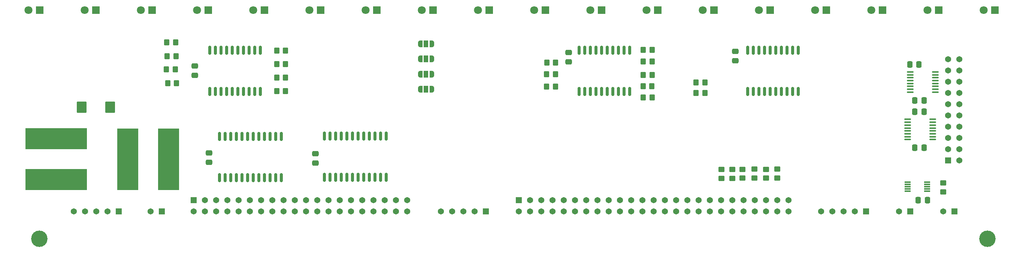
<source format=gts>
G04 #@! TF.GenerationSoftware,KiCad,Pcbnew,(6.0.4-0)*
G04 #@! TF.CreationDate,2022-04-05T21:31:34-07:00*
G04 #@! TF.ProjectId,led-driver,6c65642d-6472-4697-9665-722e6b696361,rev?*
G04 #@! TF.SameCoordinates,Original*
G04 #@! TF.FileFunction,Soldermask,Top*
G04 #@! TF.FilePolarity,Negative*
%FSLAX46Y46*%
G04 Gerber Fmt 4.6, Leading zero omitted, Abs format (unit mm)*
G04 Created by KiCad (PCBNEW (6.0.4-0)) date 2022-04-05 21:31:34*
%MOMM*%
%LPD*%
G01*
G04 APERTURE LIST*
G04 Aperture macros list*
%AMRoundRect*
0 Rectangle with rounded corners*
0 $1 Rounding radius*
0 $2 $3 $4 $5 $6 $7 $8 $9 X,Y pos of 4 corners*
0 Add a 4 corners polygon primitive as box body*
4,1,4,$2,$3,$4,$5,$6,$7,$8,$9,$2,$3,0*
0 Add four circle primitives for the rounded corners*
1,1,$1+$1,$2,$3*
1,1,$1+$1,$4,$5*
1,1,$1+$1,$6,$7*
1,1,$1+$1,$8,$9*
0 Add four rect primitives between the rounded corners*
20,1,$1+$1,$2,$3,$4,$5,0*
20,1,$1+$1,$4,$5,$6,$7,0*
20,1,$1+$1,$6,$7,$8,$9,0*
20,1,$1+$1,$8,$9,$2,$3,0*%
%AMFreePoly0*
4,1,22,0.550000,-0.750000,0.000000,-0.750000,0.000000,-0.745033,-0.079941,-0.743568,-0.215256,-0.701293,-0.333266,-0.622738,-0.424486,-0.514219,-0.481581,-0.384460,-0.499164,-0.250000,-0.500000,-0.250000,-0.500000,0.250000,-0.499164,0.250000,-0.499963,0.256109,-0.478152,0.396186,-0.417904,0.524511,-0.324060,0.630769,-0.204165,0.706417,-0.067858,0.745374,0.000000,0.744959,0.000000,0.750000,
0.550000,0.750000,0.550000,-0.750000,0.550000,-0.750000,$1*%
%AMFreePoly1*
4,1,20,0.000000,0.744959,0.073905,0.744508,0.209726,0.703889,0.328688,0.626782,0.421226,0.519385,0.479903,0.390333,0.500000,0.250000,0.500000,-0.250000,0.499851,-0.262216,0.476331,-0.402017,0.414519,-0.529596,0.319384,-0.634700,0.198574,-0.708877,0.061801,-0.746166,0.000000,-0.745033,0.000000,-0.750000,-0.550000,-0.750000,-0.550000,0.750000,0.000000,0.750000,0.000000,0.744959,
0.000000,0.744959,$1*%
G04 Aperture macros list end*
%ADD10RoundRect,0.250000X-0.475000X0.337500X-0.475000X-0.337500X0.475000X-0.337500X0.475000X0.337500X0*%
%ADD11R,1.800000X1.800000*%
%ADD12C,1.800000*%
%ADD13R,1.370000X1.370000*%
%ADD14C,1.370000*%
%ADD15FreePoly0,180.000000*%
%ADD16R,1.000000X1.500000*%
%ADD17FreePoly1,180.000000*%
%ADD18RoundRect,0.250000X-0.350000X-0.450000X0.350000X-0.450000X0.350000X0.450000X-0.350000X0.450000X0*%
%ADD19RoundRect,0.250000X0.350000X0.450000X-0.350000X0.450000X-0.350000X-0.450000X0.350000X-0.450000X0*%
%ADD20RoundRect,0.250000X0.450000X-0.350000X0.450000X0.350000X-0.450000X0.350000X-0.450000X-0.350000X0*%
%ADD21RoundRect,0.150000X0.150000X-0.875000X0.150000X0.875000X-0.150000X0.875000X-0.150000X-0.875000X0*%
%ADD22C,3.700000*%
%ADD23R,4.750000X14.000000*%
%ADD24RoundRect,0.250000X-0.337500X-0.475000X0.337500X-0.475000X0.337500X0.475000X-0.337500X0.475000X0*%
%ADD25RoundRect,0.250000X-0.875000X-1.025000X0.875000X-1.025000X0.875000X1.025000X-0.875000X1.025000X0*%
%ADD26RoundRect,0.100000X0.637500X0.100000X-0.637500X0.100000X-0.637500X-0.100000X0.637500X-0.100000X0*%
%ADD27R,1.400000X0.300000*%
%ADD28R,14.000000X4.750000*%
G04 APERTURE END LIST*
D10*
X64516000Y-39602500D03*
X64516000Y-41677500D03*
X149050000Y-36554500D03*
X149050000Y-38629500D03*
X186690000Y-36300500D03*
X186690000Y-38375500D03*
D11*
X42164000Y-26924000D03*
D12*
X39624000Y-26924000D03*
D11*
X54864000Y-26924000D03*
D12*
X52324000Y-26924000D03*
D11*
X67564000Y-26924000D03*
D12*
X65024000Y-26924000D03*
D11*
X80264000Y-26924000D03*
D12*
X77724000Y-26924000D03*
D11*
X92964000Y-26924000D03*
D12*
X90424000Y-26924000D03*
D11*
X105664000Y-26924000D03*
D12*
X103124000Y-26924000D03*
D11*
X118364000Y-26924000D03*
D12*
X115824000Y-26924000D03*
D11*
X169164000Y-26924000D03*
D12*
X166624000Y-26924000D03*
D11*
X181864000Y-26924000D03*
D12*
X179324000Y-26924000D03*
D11*
X194564000Y-26924000D03*
D12*
X192024000Y-26924000D03*
D11*
X219964000Y-26924000D03*
D12*
X217424000Y-26924000D03*
D11*
X232664000Y-26924000D03*
D12*
X230124000Y-26924000D03*
D13*
X216306400Y-72390000D03*
D14*
X213766400Y-72390000D03*
X211226400Y-72390000D03*
X208686400Y-72390000D03*
X206146400Y-72390000D03*
D15*
X118100000Y-34542000D03*
D16*
X116800000Y-34542000D03*
D17*
X115500000Y-34542000D03*
D15*
X118100000Y-41400000D03*
D16*
X116800000Y-41400000D03*
D17*
X115500000Y-41400000D03*
D15*
X118100000Y-37971000D03*
D16*
X116800000Y-37971000D03*
D17*
X115500000Y-37971000D03*
D15*
X118100000Y-44800000D03*
D16*
X116800000Y-44800000D03*
D17*
X115500000Y-44800000D03*
D18*
X58150000Y-40350000D03*
X60150000Y-40350000D03*
X58200000Y-34250000D03*
X60200000Y-34250000D03*
D19*
X85074000Y-36068000D03*
X83074000Y-36068000D03*
X85074000Y-39116000D03*
X83074000Y-39116000D03*
X85074000Y-42164000D03*
X83074000Y-42164000D03*
X85058000Y-45212000D03*
X83058000Y-45212000D03*
D18*
X144084800Y-44196000D03*
X146084800Y-44196000D03*
X144084800Y-41402000D03*
X146084800Y-41402000D03*
X144100800Y-38811200D03*
X146100800Y-38811200D03*
D19*
X167928800Y-46685200D03*
X165928800Y-46685200D03*
X167928800Y-35915600D03*
X165928800Y-35915600D03*
X167928800Y-38557200D03*
X165928800Y-38557200D03*
X167928800Y-41554400D03*
X165928800Y-41554400D03*
X167878000Y-44145200D03*
X165878000Y-44145200D03*
D18*
X177850000Y-43300000D03*
X179850000Y-43300000D03*
X177850000Y-45700000D03*
X179850000Y-45700000D03*
D20*
X186000000Y-64950000D03*
X186000000Y-62950000D03*
X188350000Y-64900000D03*
X188350000Y-62900000D03*
X191050000Y-64850000D03*
X191050000Y-62850000D03*
X193650000Y-64900000D03*
X193650000Y-62900000D03*
D21*
X67945000Y-45290000D03*
X69215000Y-45290000D03*
X70485000Y-45290000D03*
X71755000Y-45290000D03*
X73025000Y-45290000D03*
X74295000Y-45290000D03*
X75565000Y-45290000D03*
X76835000Y-45290000D03*
X78105000Y-45290000D03*
X79375000Y-45290000D03*
X79375000Y-35990000D03*
X78105000Y-35990000D03*
X76835000Y-35990000D03*
X75565000Y-35990000D03*
X74295000Y-35990000D03*
X73025000Y-35990000D03*
X71755000Y-35990000D03*
X70485000Y-35990000D03*
X69215000Y-35990000D03*
X67945000Y-35990000D03*
X189484000Y-45290000D03*
X190754000Y-45290000D03*
X192024000Y-45290000D03*
X193294000Y-45290000D03*
X194564000Y-45290000D03*
X195834000Y-45290000D03*
X197104000Y-45290000D03*
X198374000Y-45290000D03*
X199644000Y-45290000D03*
X200914000Y-45290000D03*
X200914000Y-35990000D03*
X199644000Y-35990000D03*
X198374000Y-35990000D03*
X197104000Y-35990000D03*
X195834000Y-35990000D03*
X194564000Y-35990000D03*
X193294000Y-35990000D03*
X192024000Y-35990000D03*
X190754000Y-35990000D03*
X189484000Y-35990000D03*
D11*
X207264000Y-26924000D03*
D12*
X204724000Y-26924000D03*
D18*
X58420000Y-43434000D03*
X60420000Y-43434000D03*
X58300000Y-37350000D03*
X60300000Y-37350000D03*
D11*
X143764000Y-26924000D03*
D12*
X141224000Y-26924000D03*
D20*
X183550000Y-64950000D03*
X183550000Y-62950000D03*
D22*
X243700000Y-78600000D03*
X29400000Y-78600000D03*
D21*
X151384000Y-45290000D03*
X152654000Y-45290000D03*
X153924000Y-45290000D03*
X155194000Y-45290000D03*
X156464000Y-45290000D03*
X157734000Y-45290000D03*
X159004000Y-45290000D03*
X160274000Y-45290000D03*
X161544000Y-45290000D03*
X162814000Y-45290000D03*
X162814000Y-35990000D03*
X161544000Y-35990000D03*
X160274000Y-35990000D03*
X159004000Y-35990000D03*
X157734000Y-35990000D03*
X156464000Y-35990000D03*
X155194000Y-35990000D03*
X153924000Y-35990000D03*
X152654000Y-35990000D03*
X151384000Y-35990000D03*
D20*
X196200000Y-64850000D03*
X196200000Y-62850000D03*
D11*
X156464000Y-26924000D03*
D12*
X153924000Y-26924000D03*
D23*
X49375000Y-60675000D03*
X58625000Y-60675000D03*
D24*
X227312500Y-47350000D03*
X229387500Y-47350000D03*
D25*
X38975000Y-48900000D03*
X45375000Y-48900000D03*
D21*
X70095000Y-64780301D03*
X71365000Y-64780301D03*
X72635000Y-64780301D03*
X73905000Y-64780301D03*
X75175000Y-64780301D03*
X76445000Y-64780301D03*
X77715000Y-64780301D03*
X78985000Y-64780301D03*
X80255000Y-64780301D03*
X81525000Y-64780301D03*
X82795000Y-64780301D03*
X84065000Y-64780301D03*
X84065000Y-55480301D03*
X82795000Y-55480301D03*
X81525000Y-55480301D03*
X80255000Y-55480301D03*
X78985000Y-55480301D03*
X77715000Y-55480301D03*
X76445000Y-55480301D03*
X75175000Y-55480301D03*
X73905000Y-55480301D03*
X72635000Y-55480301D03*
X71365000Y-55480301D03*
X70095000Y-55480301D03*
D13*
X57099200Y-72390000D03*
D14*
X54559200Y-72390000D03*
D13*
X47380000Y-72390000D03*
D14*
X44840000Y-72390000D03*
X42300000Y-72390000D03*
X39760000Y-72390000D03*
X37220000Y-72390000D03*
D21*
X93815000Y-64734301D03*
X95085000Y-64734301D03*
X96355000Y-64734301D03*
X97625000Y-64734301D03*
X98895000Y-64734301D03*
X100165000Y-64734301D03*
X101435000Y-64734301D03*
X102705000Y-64734301D03*
X103975000Y-64734301D03*
X105245000Y-64734301D03*
X106515000Y-64734301D03*
X107785000Y-64734301D03*
X107785000Y-55434301D03*
X106515000Y-55434301D03*
X105245000Y-55434301D03*
X103975000Y-55434301D03*
X102705000Y-55434301D03*
X101435000Y-55434301D03*
X100165000Y-55434301D03*
X98895000Y-55434301D03*
X97625000Y-55434301D03*
X96355000Y-55434301D03*
X95085000Y-55434301D03*
X93815000Y-55434301D03*
D14*
X137769600Y-72390000D03*
D13*
X137769600Y-69850000D03*
D14*
X140309600Y-72390000D03*
X140309600Y-69850000D03*
X142849600Y-72390000D03*
X142849600Y-69850000D03*
X145389600Y-72390000D03*
X145389600Y-69850000D03*
X147929600Y-72390000D03*
X147929600Y-69850000D03*
X150469600Y-72390000D03*
X150469600Y-69850000D03*
X153009600Y-72390000D03*
X153009600Y-69850000D03*
X155549600Y-72390000D03*
X155549600Y-69850000D03*
X158089600Y-72390000D03*
X158089600Y-69850000D03*
X160629600Y-72390000D03*
X160629600Y-69850000D03*
X163169600Y-72390000D03*
X163169600Y-69850000D03*
X165709600Y-72390000D03*
X165709600Y-69850000D03*
X168249600Y-72390000D03*
X168249600Y-69850000D03*
X170789600Y-72390000D03*
X170789600Y-69850000D03*
X173329600Y-72390000D03*
X173329600Y-69850000D03*
X175869600Y-72390000D03*
X175869600Y-69850000D03*
X178409600Y-72390000D03*
X178409600Y-69850000D03*
X180949600Y-72390000D03*
X180949600Y-69850000D03*
X183489600Y-72390000D03*
X183489600Y-69850000D03*
X186029600Y-72390000D03*
X186029600Y-69850000D03*
X188569600Y-72390000D03*
X188569600Y-69850000D03*
X191109600Y-72390000D03*
X191109600Y-69850000D03*
X193649600Y-72390000D03*
X193649600Y-69850000D03*
X196189600Y-72390000D03*
X196189600Y-69850000D03*
X198729600Y-72390000D03*
X198729600Y-69850000D03*
D10*
X91800000Y-59376101D03*
X91800000Y-61451101D03*
D13*
X226263200Y-72390000D03*
D14*
X223723200Y-72390000D03*
D11*
X131064000Y-26924000D03*
D12*
X128524000Y-26924000D03*
D13*
X234782500Y-60887500D03*
D14*
X237322500Y-60887500D03*
X234782500Y-58347500D03*
X237322500Y-58347500D03*
X234782500Y-55807500D03*
X237322500Y-55807500D03*
X234782500Y-53267500D03*
X237322500Y-53267500D03*
X234782500Y-50727500D03*
X237322500Y-50727500D03*
X234782500Y-48187500D03*
X237322500Y-48187500D03*
X234782500Y-45647500D03*
X237322500Y-45647500D03*
X234782500Y-43107500D03*
X237322500Y-43107500D03*
X234782500Y-40567500D03*
X237322500Y-40567500D03*
X234782500Y-38027500D03*
X237322500Y-38027500D03*
D26*
X231962500Y-45475000D03*
X231962500Y-44825000D03*
X231962500Y-44175000D03*
X231962500Y-43525000D03*
X231962500Y-42875000D03*
X231962500Y-42225000D03*
X231962500Y-41575000D03*
X231962500Y-40925000D03*
X226237500Y-40925000D03*
X226237500Y-41575000D03*
X226237500Y-42225000D03*
X226237500Y-42875000D03*
X226237500Y-43525000D03*
X226237500Y-44175000D03*
X226237500Y-44825000D03*
X226237500Y-45475000D03*
D24*
X227312500Y-49875000D03*
X229387500Y-49875000D03*
D13*
X236220000Y-72390000D03*
D14*
X233680000Y-72390000D03*
D11*
X245364000Y-26924000D03*
D12*
X242824000Y-26924000D03*
D13*
X64257500Y-69882500D03*
D14*
X64257500Y-72422500D03*
X66797500Y-69882500D03*
X66797500Y-72422500D03*
X69337500Y-69882500D03*
X69337500Y-72422500D03*
X71877500Y-69882500D03*
X71877500Y-72422500D03*
X74417500Y-69882500D03*
X74417500Y-72422500D03*
X76957500Y-69882500D03*
X76957500Y-72422500D03*
X79497500Y-69882500D03*
X79497500Y-72422500D03*
X82037500Y-69882500D03*
X82037500Y-72422500D03*
X84577500Y-69882500D03*
X84577500Y-72422500D03*
X87117500Y-69882500D03*
X87117500Y-72422500D03*
X89657500Y-69882500D03*
X89657500Y-72422500D03*
X92197500Y-69882500D03*
X92197500Y-72422500D03*
X94737500Y-69882500D03*
X94737500Y-72422500D03*
X97277500Y-69882500D03*
X97277500Y-72422500D03*
X99817500Y-69882500D03*
X99817500Y-72422500D03*
X102357500Y-69882500D03*
X102357500Y-72422500D03*
X104897500Y-69882500D03*
X104897500Y-72422500D03*
X107437500Y-69882500D03*
X107437500Y-72422500D03*
X109977500Y-69882500D03*
X109977500Y-72422500D03*
X112517500Y-69882500D03*
X112517500Y-72422500D03*
D24*
X226162500Y-39200000D03*
X228237500Y-39200000D03*
D11*
X29464000Y-26924000D03*
D12*
X26924000Y-26924000D03*
D20*
X233700000Y-68000000D03*
X233700000Y-66000000D03*
D10*
X67800000Y-59237500D03*
X67800000Y-61312500D03*
D24*
X227312500Y-58050000D03*
X229387500Y-58050000D03*
D27*
X230030000Y-67825000D03*
X230030000Y-67325000D03*
X230030000Y-66825000D03*
X230030000Y-66325000D03*
X230030000Y-65825000D03*
X225630000Y-65825000D03*
X225630000Y-66325000D03*
X225630000Y-66825000D03*
X225630000Y-67325000D03*
X225630000Y-67825000D03*
D28*
X33225000Y-65250000D03*
X33225000Y-56000000D03*
D13*
X130352800Y-72390000D03*
D14*
X127812800Y-72390000D03*
X125272800Y-72390000D03*
X122732800Y-72390000D03*
X120192800Y-72390000D03*
D24*
X228062500Y-69850000D03*
X230137500Y-69850000D03*
D26*
X231362500Y-56175000D03*
X231362500Y-55525000D03*
X231362500Y-54875000D03*
X231362500Y-54225000D03*
X231362500Y-53575000D03*
X231362500Y-52925000D03*
X231362500Y-52275000D03*
X231362500Y-51625000D03*
X225637500Y-51625000D03*
X225637500Y-52275000D03*
X225637500Y-52925000D03*
X225637500Y-53575000D03*
X225637500Y-54225000D03*
X225637500Y-54875000D03*
X225637500Y-55525000D03*
X225637500Y-56175000D03*
M02*

</source>
